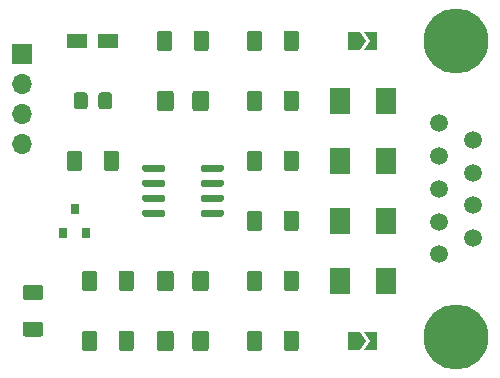
<source format=gts>
G04 #@! TF.GenerationSoftware,KiCad,Pcbnew,(5.1.10)-1*
G04 #@! TF.CreationDate,2022-10-05T22:38:21+02:00*
G04 #@! TF.ProjectId,new_rs422_module_kicad,6e65775f-7273-4343-9232-5f6d6f64756c,rev?*
G04 #@! TF.SameCoordinates,Original*
G04 #@! TF.FileFunction,Soldermask,Top*
G04 #@! TF.FilePolarity,Negative*
%FSLAX46Y46*%
G04 Gerber Fmt 4.6, Leading zero omitted, Abs format (unit mm)*
G04 Created by KiCad (PCBNEW (5.1.10)-1) date 2022-10-05 22:38:21*
%MOMM*%
%LPD*%
G01*
G04 APERTURE LIST*
%ADD10C,0.100000*%
%ADD11R,1.714500X2.184400*%
%ADD12R,1.800000X1.230000*%
%ADD13O,1.700000X1.700000*%
%ADD14R,1.700000X1.700000*%
%ADD15C,5.500000*%
%ADD16C,1.500000*%
%ADD17R,0.800000X0.900000*%
G04 APERTURE END LIST*
D10*
G36*
X60895000Y-58585000D02*
G01*
X60395000Y-59335000D01*
X59395000Y-59335000D01*
X59395000Y-57835000D01*
X60395000Y-57835000D01*
X60895000Y-58585000D01*
G37*
G36*
X61845000Y-59335000D02*
G01*
X60695000Y-59335000D01*
X61195000Y-58585000D01*
X60695000Y-57835000D01*
X61845000Y-57835000D01*
X61845000Y-59335000D01*
G37*
G36*
X60895000Y-33185000D02*
G01*
X60395000Y-33935000D01*
X59395000Y-33935000D01*
X59395000Y-32435000D01*
X60395000Y-32435000D01*
X60895000Y-33185000D01*
G37*
G36*
X61845000Y-33935000D02*
G01*
X60695000Y-33935000D01*
X61195000Y-33185000D01*
X60695000Y-32435000D01*
X61845000Y-32435000D01*
X61845000Y-33935000D01*
G37*
D11*
X62556750Y-38265000D03*
X58683250Y-38265000D03*
X62556750Y-43345000D03*
X58683250Y-43345000D03*
X62556750Y-48425000D03*
X58683250Y-48425000D03*
X62556750Y-53505000D03*
X58683250Y-53505000D03*
D12*
X39070000Y-33185000D03*
X36450000Y-33185000D03*
D13*
X31750000Y-41910000D03*
X31750000Y-39370000D03*
X31750000Y-36830000D03*
D14*
X31750000Y-34290000D03*
D15*
X68510000Y-33225000D03*
X68510000Y-58215000D03*
D16*
X69930000Y-49875000D03*
X69930000Y-47105000D03*
X69930000Y-44335000D03*
X69930000Y-41565000D03*
X67090000Y-51260000D03*
X67090000Y-48490000D03*
X67090000Y-45720000D03*
X67090000Y-42950000D03*
X67090000Y-40180000D03*
G36*
G01*
X46880000Y-44130000D02*
X46880000Y-43830000D01*
G75*
G02*
X47030000Y-43680000I150000J0D01*
G01*
X48680000Y-43680000D01*
G75*
G02*
X48830000Y-43830000I0J-150000D01*
G01*
X48830000Y-44130000D01*
G75*
G02*
X48680000Y-44280000I-150000J0D01*
G01*
X47030000Y-44280000D01*
G75*
G02*
X46880000Y-44130000I0J150000D01*
G01*
G37*
G36*
G01*
X46880000Y-45400000D02*
X46880000Y-45100000D01*
G75*
G02*
X47030000Y-44950000I150000J0D01*
G01*
X48680000Y-44950000D01*
G75*
G02*
X48830000Y-45100000I0J-150000D01*
G01*
X48830000Y-45400000D01*
G75*
G02*
X48680000Y-45550000I-150000J0D01*
G01*
X47030000Y-45550000D01*
G75*
G02*
X46880000Y-45400000I0J150000D01*
G01*
G37*
G36*
G01*
X46880000Y-46670000D02*
X46880000Y-46370000D01*
G75*
G02*
X47030000Y-46220000I150000J0D01*
G01*
X48680000Y-46220000D01*
G75*
G02*
X48830000Y-46370000I0J-150000D01*
G01*
X48830000Y-46670000D01*
G75*
G02*
X48680000Y-46820000I-150000J0D01*
G01*
X47030000Y-46820000D01*
G75*
G02*
X46880000Y-46670000I0J150000D01*
G01*
G37*
G36*
G01*
X46880000Y-47940000D02*
X46880000Y-47640000D01*
G75*
G02*
X47030000Y-47490000I150000J0D01*
G01*
X48680000Y-47490000D01*
G75*
G02*
X48830000Y-47640000I0J-150000D01*
G01*
X48830000Y-47940000D01*
G75*
G02*
X48680000Y-48090000I-150000J0D01*
G01*
X47030000Y-48090000D01*
G75*
G02*
X46880000Y-47940000I0J150000D01*
G01*
G37*
G36*
G01*
X41930000Y-47940000D02*
X41930000Y-47640000D01*
G75*
G02*
X42080000Y-47490000I150000J0D01*
G01*
X43730000Y-47490000D01*
G75*
G02*
X43880000Y-47640000I0J-150000D01*
G01*
X43880000Y-47940000D01*
G75*
G02*
X43730000Y-48090000I-150000J0D01*
G01*
X42080000Y-48090000D01*
G75*
G02*
X41930000Y-47940000I0J150000D01*
G01*
G37*
G36*
G01*
X41930000Y-46670000D02*
X41930000Y-46370000D01*
G75*
G02*
X42080000Y-46220000I150000J0D01*
G01*
X43730000Y-46220000D01*
G75*
G02*
X43880000Y-46370000I0J-150000D01*
G01*
X43880000Y-46670000D01*
G75*
G02*
X43730000Y-46820000I-150000J0D01*
G01*
X42080000Y-46820000D01*
G75*
G02*
X41930000Y-46670000I0J150000D01*
G01*
G37*
G36*
G01*
X41930000Y-45400000D02*
X41930000Y-45100000D01*
G75*
G02*
X42080000Y-44950000I150000J0D01*
G01*
X43730000Y-44950000D01*
G75*
G02*
X43880000Y-45100000I0J-150000D01*
G01*
X43880000Y-45400000D01*
G75*
G02*
X43730000Y-45550000I-150000J0D01*
G01*
X42080000Y-45550000D01*
G75*
G02*
X41930000Y-45400000I0J150000D01*
G01*
G37*
G36*
G01*
X41930000Y-44130000D02*
X41930000Y-43830000D01*
G75*
G02*
X42080000Y-43680000I150000J0D01*
G01*
X43730000Y-43680000D01*
G75*
G02*
X43880000Y-43830000I0J-150000D01*
G01*
X43880000Y-44130000D01*
G75*
G02*
X43730000Y-44280000I-150000J0D01*
G01*
X42080000Y-44280000D01*
G75*
G02*
X41930000Y-44130000I0J150000D01*
G01*
G37*
G36*
G01*
X38130000Y-57960000D02*
X38130000Y-59210000D01*
G75*
G02*
X37880000Y-59460000I-250000J0D01*
G01*
X37080000Y-59460000D01*
G75*
G02*
X36830000Y-59210000I0J250000D01*
G01*
X36830000Y-57960000D01*
G75*
G02*
X37080000Y-57710000I250000J0D01*
G01*
X37880000Y-57710000D01*
G75*
G02*
X38130000Y-57960000I0J-250000D01*
G01*
G37*
G36*
G01*
X41230000Y-57960000D02*
X41230000Y-59210000D01*
G75*
G02*
X40980000Y-59460000I-250000J0D01*
G01*
X40180000Y-59460000D01*
G75*
G02*
X39930000Y-59210000I0J250000D01*
G01*
X39930000Y-57960000D01*
G75*
G02*
X40180000Y-57710000I250000J0D01*
G01*
X40980000Y-57710000D01*
G75*
G02*
X41230000Y-57960000I0J-250000D01*
G01*
G37*
G36*
G01*
X44480000Y-32560000D02*
X44480000Y-33810000D01*
G75*
G02*
X44230000Y-34060000I-250000J0D01*
G01*
X43430000Y-34060000D01*
G75*
G02*
X43180000Y-33810000I0J250000D01*
G01*
X43180000Y-32560000D01*
G75*
G02*
X43430000Y-32310000I250000J0D01*
G01*
X44230000Y-32310000D01*
G75*
G02*
X44480000Y-32560000I0J-250000D01*
G01*
G37*
G36*
G01*
X47580000Y-32560000D02*
X47580000Y-33810000D01*
G75*
G02*
X47330000Y-34060000I-250000J0D01*
G01*
X46530000Y-34060000D01*
G75*
G02*
X46280000Y-33810000I0J250000D01*
G01*
X46280000Y-32560000D01*
G75*
G02*
X46530000Y-32310000I250000J0D01*
G01*
X47330000Y-32310000D01*
G75*
G02*
X47580000Y-32560000I0J-250000D01*
G01*
G37*
G36*
G01*
X38130000Y-52880000D02*
X38130000Y-54130000D01*
G75*
G02*
X37880000Y-54380000I-250000J0D01*
G01*
X37080000Y-54380000D01*
G75*
G02*
X36830000Y-54130000I0J250000D01*
G01*
X36830000Y-52880000D01*
G75*
G02*
X37080000Y-52630000I250000J0D01*
G01*
X37880000Y-52630000D01*
G75*
G02*
X38130000Y-52880000I0J-250000D01*
G01*
G37*
G36*
G01*
X41230000Y-52880000D02*
X41230000Y-54130000D01*
G75*
G02*
X40980000Y-54380000I-250000J0D01*
G01*
X40180000Y-54380000D01*
G75*
G02*
X39930000Y-54130000I0J250000D01*
G01*
X39930000Y-52880000D01*
G75*
G02*
X40180000Y-52630000I250000J0D01*
G01*
X40980000Y-52630000D01*
G75*
G02*
X41230000Y-52880000I0J-250000D01*
G01*
G37*
G36*
G01*
X53900000Y-59210000D02*
X53900000Y-57960000D01*
G75*
G02*
X54150000Y-57710000I250000J0D01*
G01*
X54950000Y-57710000D01*
G75*
G02*
X55200000Y-57960000I0J-250000D01*
G01*
X55200000Y-59210000D01*
G75*
G02*
X54950000Y-59460000I-250000J0D01*
G01*
X54150000Y-59460000D01*
G75*
G02*
X53900000Y-59210000I0J250000D01*
G01*
G37*
G36*
G01*
X50800000Y-59210000D02*
X50800000Y-57960000D01*
G75*
G02*
X51050000Y-57710000I250000J0D01*
G01*
X51850000Y-57710000D01*
G75*
G02*
X52100000Y-57960000I0J-250000D01*
G01*
X52100000Y-59210000D01*
G75*
G02*
X51850000Y-59460000I-250000J0D01*
G01*
X51050000Y-59460000D01*
G75*
G02*
X50800000Y-59210000I0J250000D01*
G01*
G37*
G36*
G01*
X53900000Y-33810000D02*
X53900000Y-32560000D01*
G75*
G02*
X54150000Y-32310000I250000J0D01*
G01*
X54950000Y-32310000D01*
G75*
G02*
X55200000Y-32560000I0J-250000D01*
G01*
X55200000Y-33810000D01*
G75*
G02*
X54950000Y-34060000I-250000J0D01*
G01*
X54150000Y-34060000D01*
G75*
G02*
X53900000Y-33810000I0J250000D01*
G01*
G37*
G36*
G01*
X50800000Y-33810000D02*
X50800000Y-32560000D01*
G75*
G02*
X51050000Y-32310000I250000J0D01*
G01*
X51850000Y-32310000D01*
G75*
G02*
X52100000Y-32560000I0J-250000D01*
G01*
X52100000Y-33810000D01*
G75*
G02*
X51850000Y-34060000I-250000J0D01*
G01*
X51050000Y-34060000D01*
G75*
G02*
X50800000Y-33810000I0J250000D01*
G01*
G37*
G36*
G01*
X52100000Y-47800000D02*
X52100000Y-49050000D01*
G75*
G02*
X51850000Y-49300000I-250000J0D01*
G01*
X51050000Y-49300000D01*
G75*
G02*
X50800000Y-49050000I0J250000D01*
G01*
X50800000Y-47800000D01*
G75*
G02*
X51050000Y-47550000I250000J0D01*
G01*
X51850000Y-47550000D01*
G75*
G02*
X52100000Y-47800000I0J-250000D01*
G01*
G37*
G36*
G01*
X55200000Y-47800000D02*
X55200000Y-49050000D01*
G75*
G02*
X54950000Y-49300000I-250000J0D01*
G01*
X54150000Y-49300000D01*
G75*
G02*
X53900000Y-49050000I0J250000D01*
G01*
X53900000Y-47800000D01*
G75*
G02*
X54150000Y-47550000I250000J0D01*
G01*
X54950000Y-47550000D01*
G75*
G02*
X55200000Y-47800000I0J-250000D01*
G01*
G37*
G36*
G01*
X52100000Y-42720000D02*
X52100000Y-43970000D01*
G75*
G02*
X51850000Y-44220000I-250000J0D01*
G01*
X51050000Y-44220000D01*
G75*
G02*
X50800000Y-43970000I0J250000D01*
G01*
X50800000Y-42720000D01*
G75*
G02*
X51050000Y-42470000I250000J0D01*
G01*
X51850000Y-42470000D01*
G75*
G02*
X52100000Y-42720000I0J-250000D01*
G01*
G37*
G36*
G01*
X55200000Y-42720000D02*
X55200000Y-43970000D01*
G75*
G02*
X54950000Y-44220000I-250000J0D01*
G01*
X54150000Y-44220000D01*
G75*
G02*
X53900000Y-43970000I0J250000D01*
G01*
X53900000Y-42720000D01*
G75*
G02*
X54150000Y-42470000I250000J0D01*
G01*
X54950000Y-42470000D01*
G75*
G02*
X55200000Y-42720000I0J-250000D01*
G01*
G37*
G36*
G01*
X52100000Y-37640000D02*
X52100000Y-38890000D01*
G75*
G02*
X51850000Y-39140000I-250000J0D01*
G01*
X51050000Y-39140000D01*
G75*
G02*
X50800000Y-38890000I0J250000D01*
G01*
X50800000Y-37640000D01*
G75*
G02*
X51050000Y-37390000I250000J0D01*
G01*
X51850000Y-37390000D01*
G75*
G02*
X52100000Y-37640000I0J-250000D01*
G01*
G37*
G36*
G01*
X55200000Y-37640000D02*
X55200000Y-38890000D01*
G75*
G02*
X54950000Y-39140000I-250000J0D01*
G01*
X54150000Y-39140000D01*
G75*
G02*
X53900000Y-38890000I0J250000D01*
G01*
X53900000Y-37640000D01*
G75*
G02*
X54150000Y-37390000I250000J0D01*
G01*
X54950000Y-37390000D01*
G75*
G02*
X55200000Y-37640000I0J-250000D01*
G01*
G37*
G36*
G01*
X52100000Y-52880000D02*
X52100000Y-54130000D01*
G75*
G02*
X51850000Y-54380000I-250000J0D01*
G01*
X51050000Y-54380000D01*
G75*
G02*
X50800000Y-54130000I0J250000D01*
G01*
X50800000Y-52880000D01*
G75*
G02*
X51050000Y-52630000I250000J0D01*
G01*
X51850000Y-52630000D01*
G75*
G02*
X52100000Y-52880000I0J-250000D01*
G01*
G37*
G36*
G01*
X55200000Y-52880000D02*
X55200000Y-54130000D01*
G75*
G02*
X54950000Y-54380000I-250000J0D01*
G01*
X54150000Y-54380000D01*
G75*
G02*
X53900000Y-54130000I0J250000D01*
G01*
X53900000Y-52880000D01*
G75*
G02*
X54150000Y-52630000I250000J0D01*
G01*
X54950000Y-52630000D01*
G75*
G02*
X55200000Y-52880000I0J-250000D01*
G01*
G37*
G36*
G01*
X32055000Y-56945000D02*
X33305000Y-56945000D01*
G75*
G02*
X33555000Y-57195000I0J-250000D01*
G01*
X33555000Y-57995000D01*
G75*
G02*
X33305000Y-58245000I-250000J0D01*
G01*
X32055000Y-58245000D01*
G75*
G02*
X31805000Y-57995000I0J250000D01*
G01*
X31805000Y-57195000D01*
G75*
G02*
X32055000Y-56945000I250000J0D01*
G01*
G37*
G36*
G01*
X32055000Y-53845000D02*
X33305000Y-53845000D01*
G75*
G02*
X33555000Y-54095000I0J-250000D01*
G01*
X33555000Y-54895000D01*
G75*
G02*
X33305000Y-55145000I-250000J0D01*
G01*
X32055000Y-55145000D01*
G75*
G02*
X31805000Y-54895000I0J250000D01*
G01*
X31805000Y-54095000D01*
G75*
G02*
X32055000Y-53845000I250000J0D01*
G01*
G37*
G36*
G01*
X38660000Y-43970000D02*
X38660000Y-42720000D01*
G75*
G02*
X38910000Y-42470000I250000J0D01*
G01*
X39710000Y-42470000D01*
G75*
G02*
X39960000Y-42720000I0J-250000D01*
G01*
X39960000Y-43970000D01*
G75*
G02*
X39710000Y-44220000I-250000J0D01*
G01*
X38910000Y-44220000D01*
G75*
G02*
X38660000Y-43970000I0J250000D01*
G01*
G37*
G36*
G01*
X35560000Y-43970000D02*
X35560000Y-42720000D01*
G75*
G02*
X35810000Y-42470000I250000J0D01*
G01*
X36610000Y-42470000D01*
G75*
G02*
X36860000Y-42720000I0J-250000D01*
G01*
X36860000Y-43970000D01*
G75*
G02*
X36610000Y-44220000I-250000J0D01*
G01*
X35810000Y-44220000D01*
G75*
G02*
X35560000Y-43970000I0J250000D01*
G01*
G37*
D17*
X36210000Y-47425000D03*
X37160000Y-49425000D03*
X35260000Y-49425000D03*
G36*
G01*
X46155000Y-54130000D02*
X46155000Y-52880000D01*
G75*
G02*
X46405000Y-52630000I250000J0D01*
G01*
X47330000Y-52630000D01*
G75*
G02*
X47580000Y-52880000I0J-250000D01*
G01*
X47580000Y-54130000D01*
G75*
G02*
X47330000Y-54380000I-250000J0D01*
G01*
X46405000Y-54380000D01*
G75*
G02*
X46155000Y-54130000I0J250000D01*
G01*
G37*
G36*
G01*
X43180000Y-54130000D02*
X43180000Y-52880000D01*
G75*
G02*
X43430000Y-52630000I250000J0D01*
G01*
X44355000Y-52630000D01*
G75*
G02*
X44605000Y-52880000I0J-250000D01*
G01*
X44605000Y-54130000D01*
G75*
G02*
X44355000Y-54380000I-250000J0D01*
G01*
X43430000Y-54380000D01*
G75*
G02*
X43180000Y-54130000I0J250000D01*
G01*
G37*
G36*
G01*
X46155000Y-59210000D02*
X46155000Y-57960000D01*
G75*
G02*
X46405000Y-57710000I250000J0D01*
G01*
X47330000Y-57710000D01*
G75*
G02*
X47580000Y-57960000I0J-250000D01*
G01*
X47580000Y-59210000D01*
G75*
G02*
X47330000Y-59460000I-250000J0D01*
G01*
X46405000Y-59460000D01*
G75*
G02*
X46155000Y-59210000I0J250000D01*
G01*
G37*
G36*
G01*
X43180000Y-59210000D02*
X43180000Y-57960000D01*
G75*
G02*
X43430000Y-57710000I250000J0D01*
G01*
X44355000Y-57710000D01*
G75*
G02*
X44605000Y-57960000I0J-250000D01*
G01*
X44605000Y-59210000D01*
G75*
G02*
X44355000Y-59460000I-250000J0D01*
G01*
X43430000Y-59460000D01*
G75*
G02*
X43180000Y-59210000I0J250000D01*
G01*
G37*
G36*
G01*
X44605000Y-37640000D02*
X44605000Y-38890000D01*
G75*
G02*
X44355000Y-39140000I-250000J0D01*
G01*
X43430000Y-39140000D01*
G75*
G02*
X43180000Y-38890000I0J250000D01*
G01*
X43180000Y-37640000D01*
G75*
G02*
X43430000Y-37390000I250000J0D01*
G01*
X44355000Y-37390000D01*
G75*
G02*
X44605000Y-37640000I0J-250000D01*
G01*
G37*
G36*
G01*
X47580000Y-37640000D02*
X47580000Y-38890000D01*
G75*
G02*
X47330000Y-39140000I-250000J0D01*
G01*
X46405000Y-39140000D01*
G75*
G02*
X46155000Y-38890000I0J250000D01*
G01*
X46155000Y-37640000D01*
G75*
G02*
X46405000Y-37390000I250000J0D01*
G01*
X47330000Y-37390000D01*
G75*
G02*
X47580000Y-37640000I0J-250000D01*
G01*
G37*
G36*
G01*
X38210000Y-38740000D02*
X38210000Y-37790000D01*
G75*
G02*
X38460000Y-37540000I250000J0D01*
G01*
X39135000Y-37540000D01*
G75*
G02*
X39385000Y-37790000I0J-250000D01*
G01*
X39385000Y-38740000D01*
G75*
G02*
X39135000Y-38990000I-250000J0D01*
G01*
X38460000Y-38990000D01*
G75*
G02*
X38210000Y-38740000I0J250000D01*
G01*
G37*
G36*
G01*
X36135000Y-38740000D02*
X36135000Y-37790000D01*
G75*
G02*
X36385000Y-37540000I250000J0D01*
G01*
X37060000Y-37540000D01*
G75*
G02*
X37310000Y-37790000I0J-250000D01*
G01*
X37310000Y-38740000D01*
G75*
G02*
X37060000Y-38990000I-250000J0D01*
G01*
X36385000Y-38990000D01*
G75*
G02*
X36135000Y-38740000I0J250000D01*
G01*
G37*
M02*

</source>
